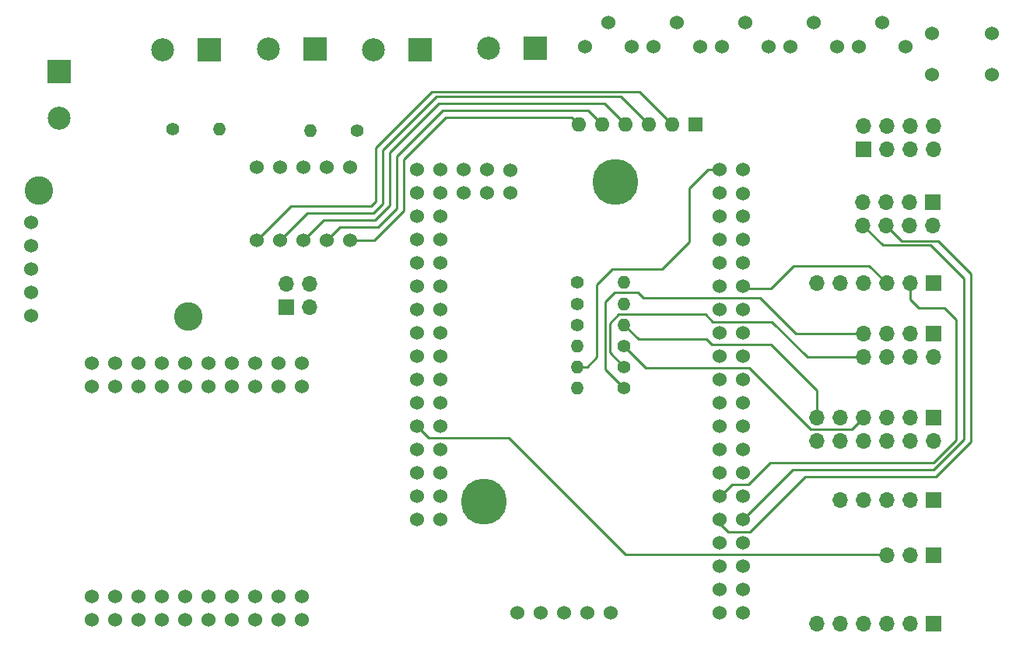
<source format=gbr>
%TF.GenerationSoftware,KiCad,Pcbnew,(6.0.0-0)*%
%TF.CreationDate,2022-02-03T16:23:35-05:00*%
%TF.ProjectId,LED_Controller_Without_Level_Shifter,4c45445f-436f-46e7-9472-6f6c6c65725f,1.0*%
%TF.SameCoordinates,Original*%
%TF.FileFunction,Copper,L2,Inr*%
%TF.FilePolarity,Positive*%
%FSLAX46Y46*%
G04 Gerber Fmt 4.6, Leading zero omitted, Abs format (unit mm)*
G04 Created by KiCad (PCBNEW (6.0.0-0)) date 2022-02-03 16:23:35*
%MOMM*%
%LPD*%
G01*
G04 APERTURE LIST*
%TA.AperFunction,ComponentPad*%
%ADD10R,2.500000X2.500000*%
%TD*%
%TA.AperFunction,ComponentPad*%
%ADD11C,2.500000*%
%TD*%
%TA.AperFunction,ComponentPad*%
%ADD12R,1.700000X1.700000*%
%TD*%
%TA.AperFunction,ComponentPad*%
%ADD13O,1.700000X1.700000*%
%TD*%
%TA.AperFunction,ComponentPad*%
%ADD14C,1.400000*%
%TD*%
%TA.AperFunction,ComponentPad*%
%ADD15O,1.400000X1.400000*%
%TD*%
%TA.AperFunction,ComponentPad*%
%ADD16R,1.600000X1.600000*%
%TD*%
%TA.AperFunction,ComponentPad*%
%ADD17O,1.600000X1.600000*%
%TD*%
%TA.AperFunction,ComponentPad*%
%ADD18C,1.524000*%
%TD*%
%TA.AperFunction,ComponentPad*%
%ADD19C,3.100000*%
%TD*%
%TA.AperFunction,ComponentPad*%
%ADD20C,5.000000*%
%TD*%
%TA.AperFunction,Conductor*%
%ADD21C,0.250000*%
%TD*%
G04 APERTURE END LIST*
D10*
%TO.N,GND*%
%TO.C,J1*%
X93790000Y-70645000D03*
D11*
%TO.N,+12V*%
X93790000Y-75725000D03*
%TD*%
D10*
%TO.N,GND*%
%TO.C,J2*%
X110180000Y-68280000D03*
D11*
%TO.N,+5V*%
X105100000Y-68280000D03*
%TD*%
D10*
%TO.N,GND*%
%TO.C,J3*%
X133045000Y-68280000D03*
D11*
%TO.N,+5V*%
X127965000Y-68280000D03*
%TD*%
D10*
%TO.N,GND*%
%TO.C,J4*%
X121615000Y-68254000D03*
D11*
%TO.N,+5V*%
X116535000Y-68254000D03*
%TD*%
D12*
%TO.N,GND*%
%TO.C,J5*%
X188930000Y-99250000D03*
D13*
X188930000Y-101790000D03*
%TO.N,+5V*%
X186390000Y-99250000D03*
X186390000Y-101790000D03*
%TO.N,LDP_CLOCK*%
X183850000Y-99250000D03*
%TO.N,MAINT_CLOCK*%
X183850000Y-101790000D03*
%TO.N,/H-R1_LD*%
X181310000Y-99250000D03*
%TO.N,/H-R2-MD*%
X181310000Y-101790000D03*
%TD*%
D12*
%TO.N,GND*%
%TO.C,J6*%
X189000000Y-108380000D03*
D13*
X189000000Y-110920000D03*
%TO.N,+5V*%
X186460000Y-108380000D03*
X186460000Y-110920000D03*
%TO.N,CS1_CLOCK*%
X183920000Y-108380000D03*
%TO.N,VU1_CLOCK*%
X183920000Y-110920000D03*
%TO.N,/H-R3_C1D*%
X181380000Y-108380000D03*
%TO.N,/H-R4_V1D*%
X181380000Y-110920000D03*
%TO.N,CS2_CLOCK*%
X178840000Y-108380000D03*
%TO.N,VU2_CLOCK*%
X178840000Y-110920000D03*
%TO.N,/H-R5_C2D*%
X176300000Y-108380000D03*
%TO.N,/H-R6_V2D*%
X176300000Y-110920000D03*
%TD*%
D12*
%TO.N,GND*%
%TO.C,J7*%
X188976000Y-117334000D03*
D13*
%TO.N,+5V*%
X186436000Y-117334000D03*
%TO.N,DP_LOAD*%
X183896000Y-117334000D03*
%TO.N,DP_CLOCK*%
X181356000Y-117334000D03*
%TO.N,DP_DATA_IN*%
X178816000Y-117334000D03*
%TD*%
D12*
%TO.N,GND*%
%TO.C,J8*%
X188976000Y-130810000D03*
D13*
%TO.N,+5V*%
X186436000Y-130810000D03*
%TO.N,VU_STROBE*%
X183896000Y-130810000D03*
%TO.N,VU_RESET*%
X181356000Y-130810000D03*
%TO.N,SPECTRUM_LEFT*%
X178816000Y-130810000D03*
%TO.N,SPECTRUM_RIGHT*%
X176276000Y-130810000D03*
%TD*%
D12*
%TO.N,+5V*%
%TO.C,J9*%
X181320000Y-79145000D03*
D13*
X181320000Y-76605000D03*
%TO.N,GND*%
X183860000Y-79145000D03*
X183860000Y-76605000D03*
%TO.N,SCL*%
X186400000Y-79145000D03*
X186400000Y-76605000D03*
%TO.N,SDA*%
X188940000Y-79145000D03*
X188940000Y-76605000D03*
%TD*%
D12*
%TO.N,GND*%
%TO.C,J10*%
X188920000Y-84885000D03*
D13*
X188920000Y-87425000D03*
%TO.N,+5V*%
X186380000Y-84885000D03*
X186380000Y-87425000D03*
%TO.N,TX1*%
X183840000Y-84885000D03*
%TO.N,TX0*%
X183840000Y-87425000D03*
%TO.N,RX1*%
X181300000Y-84885000D03*
%TO.N,RX0*%
X181300000Y-87425000D03*
%TD*%
D12*
%TO.N,GND*%
%TO.C,J11*%
X188951000Y-93751000D03*
D13*
%TO.N,OE*%
X186411000Y-93751000D03*
%TO.N,SCL*%
X183871000Y-93751000D03*
%TO.N,SDA*%
X181331000Y-93751000D03*
%TO.N,+5V*%
X178791000Y-93751000D03*
X176251000Y-93751000D03*
%TD*%
D14*
%TO.N,/H-R2-MD*%
%TO.C,R2*%
X155290000Y-102822000D03*
D15*
%TO.N,MAINT_DATA*%
X150210000Y-102822000D03*
%TD*%
D14*
%TO.N,/H-R3_C1D*%
%TO.C,R3*%
X155290000Y-100534000D03*
D15*
%TO.N,CS1_DATA*%
X150210000Y-100534000D03*
%TD*%
D14*
%TO.N,CS2_DATA*%
%TO.C,R4*%
X150210000Y-98246000D03*
D15*
%TO.N,/H-R5_C2D*%
X155290000Y-98246000D03*
%TD*%
D14*
%TO.N,VU1_DATA*%
%TO.C,R5*%
X150210000Y-95958000D03*
D15*
%TO.N,/H-R4_V1D*%
X155290000Y-95958000D03*
%TD*%
D14*
%TO.N,VU2_DATA*%
%TO.C,R6*%
X150210000Y-93670000D03*
D15*
%TO.N,/H-R6_V2D*%
X155290000Y-93670000D03*
%TD*%
D16*
%TO.N,GND*%
%TO.C,RN1*%
X163068000Y-76454000D03*
D17*
%TO.N,JUMPER1*%
X160528000Y-76454000D03*
%TO.N,JUMPER2*%
X157988000Y-76454000D03*
%TO.N,JUMPER3*%
X155448000Y-76454000D03*
%TO.N,JUMPER4*%
X152908000Y-76454000D03*
%TO.N,JUMPER5*%
X150368000Y-76454000D03*
%TD*%
D18*
%TO.N,unconnected-(U1-Pad0)*%
%TO.C,U1*%
X90780000Y-87130000D03*
%TO.N,+12V*%
X90780000Y-89670000D03*
%TO.N,GND*%
X90780000Y-92210000D03*
%TO.N,N/C*%
X90780000Y-94750000D03*
%TO.N,GND*%
X90780000Y-97290000D03*
D19*
%TO.N,+5V*%
X91610000Y-83600000D03*
%TO.N,N/C*%
X107838800Y-97361200D03*
%TD*%
D18*
%TO.N,unconnected-(U2-Pad0)*%
%TO.C,U2*%
X105015400Y-130406600D03*
%TO.N,unconnected-(U2-Pad1)*%
X120205400Y-127866600D03*
%TO.N,unconnected-(U2-Pad2)*%
X102475400Y-130406600D03*
%TO.N,unconnected-(U2-Pad3)*%
X117715400Y-127866600D03*
%TO.N,unconnected-(U2-Pad4)*%
X107555400Y-130406600D03*
%TO.N,unconnected-(U2-Pad5)*%
X105015400Y-105000600D03*
%TO.N,unconnected-(U2-Pad18)*%
X112635400Y-105000600D03*
%TO.N,unconnected-(U2-Pad19)*%
X110095400Y-105000600D03*
%TO.N,unconnected-(U2-Pad21)*%
X112635400Y-127866600D03*
%TO.N,unconnected-(U2-Pad22)*%
X115175400Y-127866600D03*
%TO.N,unconnected-(U2-Pad23)*%
X107555400Y-105000600D03*
%TO.N,unconnected-(U2-Pad25)*%
X107555400Y-127866600D03*
%TO.N,unconnected-(U2-Pad26)*%
X115175400Y-105000600D03*
%TO.N,unconnected-(U2-Pad27)*%
X110095400Y-127866600D03*
%TO.N,unconnected-(U2-Pad32)*%
X112635400Y-130406600D03*
%TO.N,unconnected-(U2-Pad33)*%
X110095400Y-102460600D03*
%TO.N,unconnected-(U2-Pad34)*%
X107555400Y-102460600D03*
%TO.N,unconnected-(U2-Pad35)*%
X112635400Y-102460600D03*
%TO.N,unconnected-(U2-Pad39)*%
X115175400Y-102460600D03*
%TO.N,GND*%
X105015400Y-127866600D03*
X120255400Y-130406600D03*
X120255400Y-102460600D03*
%TO.N,+5V*%
X102475400Y-127866600D03*
%TO.N,3.3V*%
X102475400Y-105000600D03*
%TO.N,unconnected-(U2-Pad80)*%
X99935400Y-127866600D03*
%TO.N,unconnected-(U2-Pad81)*%
X97395400Y-127866600D03*
%TO.N,unconnected-(U2-Pad82)*%
X110095400Y-130406600D03*
%TO.N,unconnected-(U2-Pad83)*%
X99935400Y-130406600D03*
%TO.N,unconnected-(U2-Pad84)*%
X97395400Y-130406600D03*
%TO.N,unconnected-(U2-Pad85)*%
X120255400Y-105000600D03*
%TO.N,unconnected-(U2-Pad86)*%
X117715400Y-105000600D03*
%TO.N,unconnected-(U2-Pad87)*%
X99935400Y-105000600D03*
%TO.N,unconnected-(U2-Pad88)*%
X97395400Y-105000600D03*
%TO.N,unconnected-(U2-Pad89)*%
X117715400Y-102460600D03*
%TO.N,unconnected-(U2-Pad90)*%
X105015400Y-102460600D03*
%TO.N,unconnected-(U2-Pad91)*%
X102475400Y-102460600D03*
%TO.N,unconnected-(U2-Pad92)*%
X99935400Y-102460600D03*
%TO.N,unconnected-(U2-Pad93)*%
X97395400Y-102460600D03*
%TO.N,ESP_LOGIC_RX*%
X115175400Y-130406600D03*
%TO.N,ESP_LOGIC_TX*%
X117715400Y-130406600D03*
%TD*%
D14*
%TO.N,/H-R1_LD*%
%TO.C,R1*%
X155290000Y-105110000D03*
D15*
%TO.N,LDP_DATA*%
X150210000Y-105110000D03*
%TD*%
D18*
%TO.N,JUMPER5*%
%TO.C,SW1*%
X125476000Y-89091000D03*
%TO.N,JUMPER4*%
X122936000Y-89091000D03*
%TO.N,JUMPER3*%
X120396000Y-89091000D03*
%TO.N,JUMPER2*%
X117856000Y-89091000D03*
%TO.N,JUMPER1*%
X115316000Y-89091000D03*
%TO.N,+5V*%
X115316000Y-81089000D03*
X117856000Y-81089000D03*
X120396000Y-81089000D03*
X122936000Y-81089000D03*
X125476000Y-81089000D03*
%TD*%
%TO.N,GND*%
%TO.C,SW2*%
X188820000Y-71020000D03*
%TO.N,RESET*%
X188820000Y-66520000D03*
%TO.N,GND*%
X195320000Y-71020000D03*
%TO.N,RESET*%
X195320000Y-66520000D03*
%TD*%
%TO.N,TX0*%
%TO.C,U4*%
X165710000Y-119470000D03*
%TO.N,RX0*%
X168250000Y-119470000D03*
%TO.N,OE*%
X165710000Y-116930000D03*
%TO.N,DP_DATA_IN*%
X168250000Y-116930000D03*
%TO.N,DP_CLOCK*%
X165710000Y-114390000D03*
%TO.N,DP_LOAD*%
X168250000Y-114390000D03*
%TO.N,unconnected-(U4-Pad6)*%
X165710000Y-111850000D03*
%TO.N,unconnected-(U4-Pad7)*%
X168250000Y-111850000D03*
%TO.N,unconnected-(U4-Pad8)*%
X165710000Y-109310000D03*
%TO.N,unconnected-(U4-Pad9)*%
X168250000Y-109310000D03*
%TO.N,unconnected-(U4-Pad10)*%
X165710000Y-106770000D03*
%TO.N,unconnected-(U4-Pad11)*%
X168250000Y-106770000D03*
%TO.N,VU_STROBE*%
X165710000Y-104230000D03*
%TO.N,VU_RESET*%
X168250000Y-104230000D03*
%TO.N,unconnected-(U4-Pad14)*%
X165710000Y-101690000D03*
%TO.N,unconnected-(U4-Pad15)*%
X168250000Y-101690000D03*
%TO.N,LOGIC_2560_RX*%
X165710000Y-99150000D03*
%TO.N,LOGIC_2560_TX*%
X168250000Y-99150000D03*
%TO.N,TX1*%
X165710000Y-96610000D03*
%TO.N,RX1*%
X168250000Y-96610000D03*
%TO.N,SDA*%
X165710000Y-94070000D03*
%TO.N,SCL*%
X168250000Y-94070000D03*
%TO.N,unconnected-(U4-Pad22)*%
X165710000Y-91530000D03*
%TO.N,unconnected-(U4-Pad23)*%
X168250000Y-91530000D03*
%TO.N,unconnected-(U4-Pad24)*%
X165710000Y-88990000D03*
%TO.N,N/C*%
X168250000Y-129630000D03*
X168250000Y-127090000D03*
D20*
X140020000Y-117490000D03*
X154300000Y-82720000D03*
D18*
%TO.N,unconnected-(U4-Pad25)*%
X168250000Y-88990000D03*
%TO.N,unconnected-(U4-Pad26)*%
X165710000Y-86450000D03*
%TO.N,unconnected-(U4-Pad27)*%
X168250000Y-86450000D03*
%TO.N,unconnected-(U4-Pad28)*%
X165710000Y-83910000D03*
%TO.N,unconnected-(U4-Pad29)*%
X168250000Y-83964000D03*
%TO.N,MAINT_DATA*%
X165710000Y-81370000D03*
%TO.N,unconnected-(U4-Pad31)*%
X168250000Y-81370000D03*
%TO.N,MAINT_CLOCK*%
X132760000Y-99150000D03*
%TO.N,unconnected-(U4-Pad33)*%
X135300000Y-99150000D03*
%TO.N,LDP_DATA*%
X132760000Y-96610000D03*
%TO.N,unconnected-(U4-Pad35)*%
X135300000Y-96610000D03*
%TO.N,LDP_CLOCK*%
X132760000Y-94070000D03*
%TO.N,unconnected-(U4-Pad37)*%
X135300000Y-94070000D03*
%TO.N,CS1_DATA*%
X132760000Y-91530000D03*
%TO.N,unconnected-(U4-Pad39)*%
X135300000Y-91530000D03*
%TO.N,CS1_CLOCK*%
X132760000Y-88990000D03*
%TO.N,unconnected-(U4-Pad41)*%
X135300000Y-88990000D03*
%TO.N,CS2_DATA*%
X132760000Y-86450000D03*
%TO.N,unconnected-(U4-Pad43)*%
X135300000Y-86450000D03*
%TO.N,CS2_CLOCK*%
X132760000Y-83910000D03*
%TO.N,JUMPER5*%
X135300000Y-83910000D03*
%TO.N,VU1_DATA*%
X132760000Y-81370000D03*
%TO.N,JUMPER4*%
X135300000Y-81370000D03*
%TO.N,VU1_CLOCK*%
X137840000Y-81370000D03*
%TO.N,JUMPER3*%
X137840000Y-83910000D03*
%TO.N,VU2_DATA*%
X140380000Y-81370000D03*
%TO.N,JUMPER2*%
X140380000Y-83910000D03*
%TO.N,VU2_CLOCK*%
X142920000Y-81459000D03*
%TO.N,JUMPER1*%
X142920000Y-83910000D03*
%TO.N,unconnected-(U4-Pad60)*%
X143710000Y-129630000D03*
%TO.N,GND*%
X165710000Y-127090000D03*
%TO.N,+5V*%
X165710000Y-129630000D03*
%TO.N,unconnected-(U4-Pad71)*%
X165710000Y-124550000D03*
%TO.N,unconnected-(U4-Pad72)*%
X168250000Y-124550000D03*
%TO.N,unconnected-(U4-Pad100)*%
X153870000Y-129630000D03*
%TO.N,unconnected-(U4-Pad101)*%
X151330000Y-129630000D03*
%TO.N,unconnected-(U4-Pad102)*%
X148790000Y-129630000D03*
%TO.N,unconnected-(U4-Pad103)*%
X146250000Y-129630000D03*
%TO.N,unconnected-(U4-Pad104)*%
X165710000Y-122010000D03*
%TO.N,RESET*%
X168250000Y-122010000D03*
%TO.N,SPECTRUM_LEFT*%
X132760000Y-119470000D03*
%TO.N,SPECTRUM_RIGHT*%
X135300000Y-119470000D03*
%TO.N,TRIM1*%
X132760000Y-116930000D03*
%TO.N,TRIM2*%
X135300000Y-116930000D03*
%TO.N,TRIM3*%
X132760000Y-114390000D03*
%TO.N,TRIM4*%
X135300000Y-114390000D03*
%TO.N,TRIM5*%
X132760000Y-111850000D03*
%TO.N,BATTERY_LEVEL*%
X135300000Y-111850000D03*
%TO.N,EXT_MIC*%
X132760000Y-109310000D03*
%TO.N,unconnected-(U4-Pad209)*%
X135300000Y-109310000D03*
%TO.N,unconnected-(U4-Pad210)*%
X132760000Y-106770000D03*
%TO.N,unconnected-(U4-Pad211)*%
X135300000Y-106770000D03*
%TO.N,unconnected-(U4-Pad212)*%
X132760000Y-104230000D03*
%TO.N,unconnected-(U4-Pad213)*%
X135300000Y-104230000D03*
%TO.N,unconnected-(U4-Pad214)*%
X132760000Y-101690000D03*
%TO.N,unconnected-(U4-Pad215)*%
X135300000Y-101690000D03*
%TD*%
%TO.N,GND*%
%TO.C,RV1*%
X156140000Y-67935000D03*
%TO.N,TRIM1*%
X153600000Y-65325000D03*
%TO.N,+5V*%
X151060000Y-67935000D03*
%TD*%
%TO.N,GND*%
%TO.C,RV2*%
X171015000Y-67935000D03*
%TO.N,TRIM3*%
X168475000Y-65325000D03*
%TO.N,+5V*%
X165935000Y-67935000D03*
%TD*%
%TO.N,GND*%
%TO.C,RV3*%
X185890000Y-67935000D03*
%TO.N,TRIM5*%
X183350000Y-65325000D03*
%TO.N,+5V*%
X180810000Y-67935000D03*
%TD*%
%TO.N,GND*%
%TO.C,RV4*%
X163577500Y-67935000D03*
%TO.N,TRIM2*%
X161037500Y-65325000D03*
%TO.N,+5V*%
X158497500Y-67935000D03*
%TD*%
%TO.N,GND*%
%TO.C,RV5*%
X178452500Y-67935000D03*
%TO.N,TRIM4*%
X175912500Y-65325000D03*
%TO.N,+5V*%
X173372500Y-67935000D03*
%TD*%
D12*
%TO.N,ESP_LOGIC_RX*%
%TO.C,J13*%
X118545000Y-96315000D03*
D13*
%TO.N,ESP_LOGIC_TX*%
X118545000Y-93775000D03*
%TO.N,LOGIC_2560_RX*%
X121085000Y-96315000D03*
%TO.N,LOGIC_2560_TX*%
X121085000Y-93775000D03*
%TD*%
D12*
%TO.N,GND*%
%TO.C,J13*%
X188975000Y-123340000D03*
D13*
%TO.N,+5V*%
X186435000Y-123340000D03*
%TO.N,EXT_MIC*%
X183895000Y-123340000D03*
%TD*%
D14*
%TO.N,BATTERY_LEVEL*%
%TO.C,R7*%
X106172000Y-76962000D03*
D15*
%TO.N,POS*%
X111252000Y-76962000D03*
%TD*%
D14*
%TO.N,NEG*%
%TO.C,R8*%
X126238000Y-77140000D03*
D15*
%TO.N,BATTERY_LEVEL*%
X121158000Y-77140000D03*
%TD*%
D10*
%TO.N,POS*%
%TO.C,J12*%
X145625000Y-68170000D03*
D11*
%TO.N,NEG*%
X140545000Y-68170000D03*
%TD*%
D21*
%TO.N,SCL*%
X171297400Y-94297400D02*
X168062600Y-94297400D01*
X173754800Y-91840000D02*
X171297400Y-94297400D01*
X183871000Y-93751000D02*
X181960000Y-91840000D01*
X181960000Y-91840000D02*
X173754800Y-91840000D01*
%TO.N,RX0*%
X188630000Y-89570000D02*
X183445000Y-89570000D01*
X168250000Y-119470000D02*
X173674000Y-114046000D01*
X173674000Y-114046000D02*
X188976000Y-114046000D01*
X192278000Y-93218000D02*
X188630000Y-89570000D01*
X192278000Y-110744000D02*
X192278000Y-93218000D01*
X188976000Y-114046000D02*
X192278000Y-110744000D01*
X183445000Y-89570000D02*
X181300000Y-87425000D01*
%TO.N,TX0*%
X193040000Y-110998000D02*
X193040000Y-92710000D01*
X189230000Y-114808000D02*
X193040000Y-110998000D01*
X168960000Y-120810000D02*
X174962000Y-114808000D01*
X189450480Y-89120480D02*
X185535480Y-89120480D01*
X193040000Y-92710000D02*
X189450480Y-89120480D01*
X166635200Y-120810000D02*
X168960000Y-120810000D01*
X185535480Y-89120480D02*
X183840000Y-87425000D01*
X174962000Y-114808000D02*
X189230000Y-114808000D01*
X165522600Y-119697400D02*
X166635200Y-120810000D01*
%TO.N,OE*%
X191430000Y-110820000D02*
X191430000Y-97720000D01*
X168780000Y-115680000D02*
X171176000Y-113284000D01*
X190160000Y-96450000D02*
X187370000Y-96450000D01*
X165522600Y-117157400D02*
X167000000Y-115680000D01*
X187370000Y-96450000D02*
X186411000Y-95491000D01*
X186411000Y-95491000D02*
X186411000Y-93751000D01*
X167000000Y-115680000D02*
X168780000Y-115680000D01*
X171176000Y-113284000D02*
X188966000Y-113284000D01*
X191430000Y-97720000D02*
X190160000Y-96450000D01*
X188966000Y-113284000D02*
X191430000Y-110820000D01*
%TO.N,MAINT_DATA*%
X151298000Y-102822000D02*
X150210000Y-102822000D01*
X152340000Y-93884282D02*
X152340000Y-101780000D01*
X159450000Y-92210000D02*
X154014282Y-92210000D01*
X154014282Y-92210000D02*
X152340000Y-93884282D01*
X165710000Y-81370000D02*
X164410000Y-81370000D01*
X162420000Y-89240000D02*
X159450000Y-92210000D01*
X162420000Y-83360000D02*
X162420000Y-89240000D01*
X152340000Y-101780000D02*
X151298000Y-102822000D01*
X164410000Y-81370000D02*
X162420000Y-83360000D01*
%TO.N,JUMPER5*%
X149606000Y-75692000D02*
X135890000Y-75692000D01*
X135890000Y-75692000D02*
X131318000Y-80264000D01*
X131318000Y-85852000D02*
X128079000Y-89091000D01*
X131318000Y-80264000D02*
X131318000Y-85852000D01*
X150368000Y-76454000D02*
X149606000Y-75692000D01*
X128079000Y-89091000D02*
X125476000Y-89091000D01*
%TO.N,JUMPER4*%
X124397000Y-87630000D02*
X122936000Y-89091000D01*
X151384000Y-74930000D02*
X135508282Y-74930000D01*
X128524000Y-87630000D02*
X124397000Y-87630000D01*
X130556000Y-85598000D02*
X128524000Y-87630000D01*
X152908000Y-76454000D02*
X151384000Y-74930000D01*
X130556000Y-79882282D02*
X130556000Y-85598000D01*
X135508282Y-74930000D02*
X130556000Y-79882282D01*
%TO.N,JUMPER3*%
X153162000Y-74168000D02*
X135128000Y-74168000D01*
X129794000Y-79502000D02*
X129794000Y-85217000D01*
X122619000Y-86868000D02*
X120396000Y-89091000D01*
X129794000Y-85217000D02*
X128143000Y-86868000D01*
X128143000Y-86868000D02*
X122619000Y-86868000D01*
X135128000Y-74168000D02*
X129794000Y-79502000D01*
X155448000Y-76454000D02*
X153162000Y-74168000D01*
%TO.N,JUMPER2*%
X129032000Y-79248000D02*
X129032000Y-85090000D01*
X128016000Y-86106000D02*
X120841000Y-86106000D01*
X120841000Y-86106000D02*
X117856000Y-89091000D01*
X157988000Y-76454000D02*
X154940000Y-73406000D01*
X154940000Y-73406000D02*
X134874000Y-73406000D01*
X134874000Y-73406000D02*
X129032000Y-79248000D01*
X129032000Y-85090000D02*
X128016000Y-86106000D01*
%TO.N,JUMPER1*%
X156972000Y-72898000D02*
X160528000Y-76454000D01*
X128270000Y-84836000D02*
X128270000Y-78994000D01*
X119063000Y-85344000D02*
X127762000Y-85344000D01*
X127762000Y-85344000D02*
X128270000Y-84836000D01*
X128270000Y-78994000D02*
X134366000Y-72898000D01*
X115316000Y-89091000D02*
X119063000Y-85344000D01*
X134366000Y-72898000D02*
X156972000Y-72898000D01*
%TO.N,EXT_MIC*%
X155410000Y-123250000D02*
X142740000Y-110580000D01*
X183805000Y-123250000D02*
X155410000Y-123250000D01*
X142740000Y-110580000D02*
X134030000Y-110580000D01*
X183895000Y-123340000D02*
X183805000Y-123250000D01*
X134030000Y-110580000D02*
X132760000Y-109310000D01*
%TO.N,/H-R1_LD*%
X174010000Y-99250000D02*
X181310000Y-99250000D01*
X156800000Y-94760000D02*
X157350000Y-95310000D01*
X157350000Y-95310000D02*
X170070000Y-95310000D01*
X170070000Y-95310000D02*
X174010000Y-99250000D01*
X153270480Y-103090480D02*
X153270480Y-95759520D01*
X154270000Y-94760000D02*
X156800000Y-94760000D01*
X153270480Y-95759520D02*
X154270000Y-94760000D01*
X155290000Y-105110000D02*
X153270480Y-103090480D01*
%TO.N,/H-R2-MD*%
X154670000Y-97130000D02*
X164150000Y-97130000D01*
X171380000Y-97940000D02*
X175230000Y-101790000D01*
X164150000Y-97130000D02*
X164960000Y-97940000D01*
X153720000Y-101252000D02*
X153720000Y-98080000D01*
X153720000Y-98080000D02*
X154670000Y-97130000D01*
X164960000Y-97940000D02*
X171380000Y-97940000D01*
X155290000Y-102822000D02*
X153720000Y-101252000D01*
X175230000Y-101790000D02*
X181310000Y-101790000D01*
%TO.N,/H-R3_C1D*%
X175600000Y-109660000D02*
X180100000Y-109660000D01*
X157676000Y-102920000D02*
X168860000Y-102920000D01*
X155290000Y-100534000D02*
X157676000Y-102920000D01*
X180100000Y-109660000D02*
X181380000Y-108380000D01*
X168860000Y-102920000D02*
X175600000Y-109660000D01*
%TO.N,/H-R5_C2D*%
X164250000Y-99830000D02*
X164800000Y-100380000D01*
X164800000Y-100380000D02*
X171280000Y-100380000D01*
X155290000Y-98246000D02*
X156874000Y-99830000D01*
X171280000Y-100380000D02*
X176300000Y-105400000D01*
X176300000Y-105400000D02*
X176300000Y-108380000D01*
X156874000Y-99830000D02*
X164250000Y-99830000D01*
%TD*%
M02*

</source>
